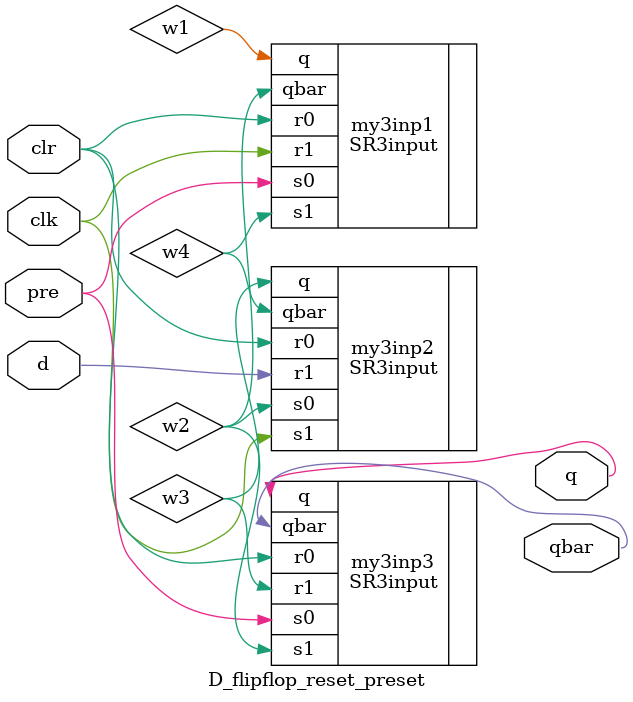
<source format=v>
`timescale 1ns/1ns

module D_flipflop_reset_preset(input pre , clr , clk , d , output q , qbar);
   wire w1 , w2 , w3 , w4;
   SR3input my3inp1(.s0(pre) , .s1(w4) , .r0(clr) , .r1(clk) , .q(w1) , .qbar(w2));
   SR3input my3inp2(.s0(w2) , .s1(clk) , .r0(clr) , .r1(d) , .q(w3) , .qbar(w4));
   SR3input my3inp3(.s0(pre) , .s1(w2) , .r0(clr) , .r1(w3) , .q(q) , .qbar(qbar));
endmodule

</source>
